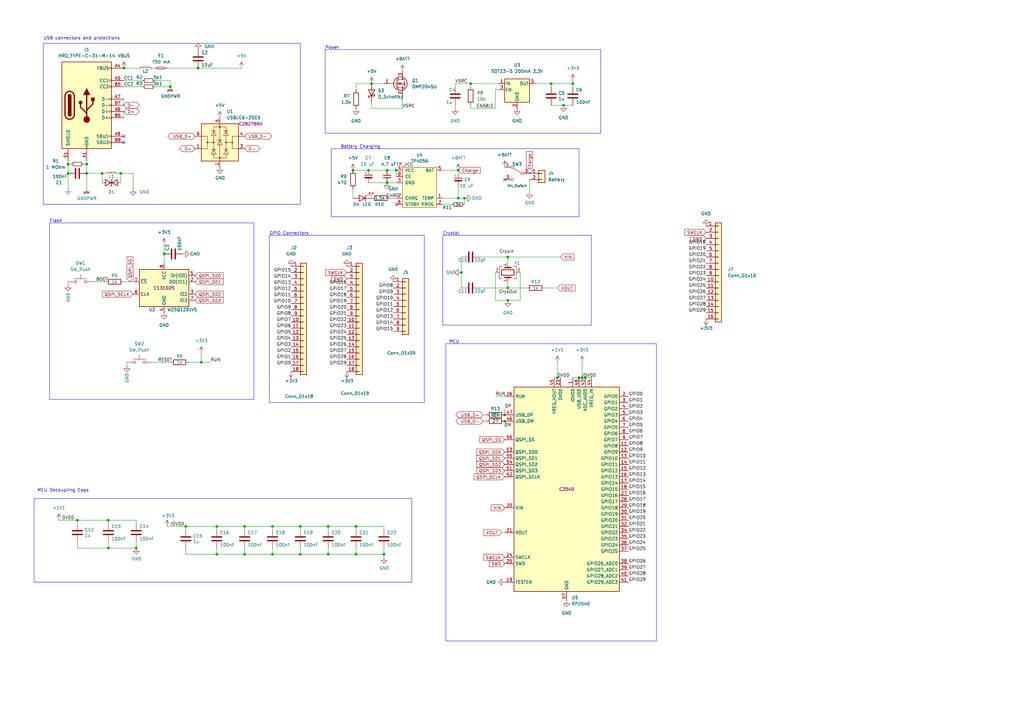
<source format=kicad_sch>
(kicad_sch (version 20211123) (generator eeschema)
  (paper "A3")
  (junction (at 208.28 118.11))
  (junction (at 162.56 69.85))
  (junction (at 207.01 170.18))
  (junction (at 49.53 71.12))
  (junction (at 208.28 105.41))
  (junction (at 240.03 154.94))
  (junction (at 123.19 227.33))
  (junction (at 190.5 81.28))
  (junction (at 100.33 227.33))
  (junction (at 69.85 35.56))
  (junction (at 88.9 215.9))
  (junction (at 134.62 215.9))
  (junction (at 44.45 224.79))
  (junction (at 187.96 69.85))
  (junction (at 234.95 34.29))
  (junction (at 146.05 227.33))
  (junction (at 41.91 71.12))
  (junction (at 158.75 69.85))
  (junction (at 231.14 43.18))
  (junction (at 111.76 227.33))
  (junction (at 228.6 154.94))
  (junction (at 123.19 215.9))
  (junction (at 187.96 81.28))
  (junction (at 144.78 69.85))
  (junction (at 134.62 227.33))
  (junction (at 111.76 215.9))
  (junction (at 27.94 67.31) (diameter 0.9144))
  (junction (at 55.88 224.79))
  (junction (at 146.05 215.9))
  (junction (at 226.06 34.29))
  (junction (at 193.04 34.29))
  (junction (at 100.33 215.9))
  (junction (at 158.75 74.93))
  (junction (at 76.2 215.9))
  (junction (at 208.28 123.19))
  (junction (at 238.76 154.94))
  (junction (at 151.13 69.85))
  (junction (at 67.31 104.14))
  (junction (at 152.4 34.29))
  (junction (at 35.56 67.31) (diameter 0.9144))
  (junction (at 44.45 213.36))
  (junction (at 27.94 71.12) (diameter 0.9144))
  (junction (at 88.9 227.33))
  (junction (at 157.48 227.33))
  (junction (at 81.28 27.94))
  (junction (at 237.49 154.94))
  (junction (at 31.75 213.36))
  (junction (at 50.8 27.94))
  (junction (at 35.56 71.12) (diameter 0.9144))
  (junction (at 207.01 172.72))
  (junction (at 82.55 148.59))
  (junction (at 189.23 111.76))
  (no_connect (at 50.8 58.42))
  (no_connect (at 50.8 55.88))
  (no_connect (at 207.01 73.66))
  (no_connect (at 162.56 83.82))
  (wire (pts (xy 100.33 227.33) (xy 88.9 227.33)))
  (wire (pts (xy 207.01 175.26) (xy 207.01 172.72)))
  (wire (pts (xy 111.76 217.17) (xy 111.76 215.9)))
  (wire (pts (xy 69.85 33.02) (xy 69.85 35.56)))
  (wire (pts (xy 123.19 215.9) (xy 134.62 215.9)))
  (wire (pts (xy 38.1 115.57) (xy 43.18 115.57)))
  (wire (pts (xy 144.78 77.47) (xy 144.78 81.28)))
  (wire (pts (xy 165.1 39.37) (xy 165.1 44.45)))
  (wire (pts (xy 196.85 105.41) (xy 208.28 105.41)))
  (wire (pts (xy 234.95 33.02) (xy 234.95 34.29)))
  (polyline (pts (xy 17.78 17.78) (xy 123.19 17.78)) (stroke (width 0) (type solid)))
  (wire (pts (xy 50.8 45.72) (xy 50.8 48.26)))
  (wire (pts (xy 44.45 222.25) (xy 44.45 224.79)))
  (wire (pts (xy 186.69 34.29) (xy 186.69 35.56)))
  (wire (pts (xy 193.04 35.56) (xy 193.04 34.29)))
  (wire (pts (xy 203.2 162.56) (xy 207.01 162.56)))
  (wire (pts (xy 227.33 154.94) (xy 228.6 154.94)))
  (polyline (pts (xy 135.89 60.96) (xy 135.89 88.9)) (stroke (width 0) (type solid)))
  (polyline (pts (xy 182.88 140.97) (xy 182.88 262.89)) (stroke (width 0) (type solid)))
  (wire (pts (xy 187.96 76.2) (xy 187.96 81.28)))
  (wire (pts (xy 34.29 67.31) (xy 35.56 67.31)))
  (wire (pts (xy 86.36 148.59) (xy 82.55 148.59)))
  (wire (pts (xy 88.9 215.9) (xy 100.33 215.9)))
  (wire (pts (xy 41.91 71.12) (xy 35.56 71.12)))
  (wire (pts (xy 76.2 224.79) (xy 76.2 227.33)))
  (wire (pts (xy 62.23 27.94) (xy 63.5 27.94)))
  (wire (pts (xy 146.05 34.29) (xy 152.4 34.29)))
  (wire (pts (xy 226.06 34.29) (xy 226.06 35.56)))
  (wire (pts (xy 238.76 148.59) (xy 238.76 154.94)))
  (wire (pts (xy 198.12 170.18) (xy 199.39 170.18)))
  (wire (pts (xy 226.06 34.29) (xy 219.71 34.29)))
  (wire (pts (xy 146.05 227.33) (xy 157.48 227.33)))
  (wire (pts (xy 44.45 213.36) (xy 55.88 213.36)))
  (polyline (pts (xy 237.49 88.9) (xy 237.49 60.96)) (stroke (width 0) (type solid)))
  (wire (pts (xy 193.04 34.29) (xy 204.47 34.29)))
  (wire (pts (xy 50.8 33.02) (xy 58.42 33.02)))
  (wire (pts (xy 152.4 34.29) (xy 157.48 34.29)))
  (wire (pts (xy 223.52 118.11) (xy 228.6 118.11)))
  (wire (pts (xy 31.75 222.25) (xy 31.75 224.79)))
  (wire (pts (xy 134.62 217.17) (xy 134.62 215.9)))
  (wire (pts (xy 82.55 148.59) (xy 77.47 148.59)))
  (wire (pts (xy 88.9 224.79) (xy 88.9 227.33)))
  (polyline (pts (xy 20.32 91.44) (xy 104.14 91.44)) (stroke (width 0) (type solid)))
  (wire (pts (xy 31.75 213.36) (xy 44.45 213.36)))
  (wire (pts (xy 160.02 81.28) (xy 162.56 81.28)))
  (wire (pts (xy 203.2 36.83) (xy 203.2 44.45)))
  (wire (pts (xy 208.28 105.41) (xy 229.87 105.41)))
  (polyline (pts (xy 20.32 204.47) (xy 168.91 204.47)) (stroke (width 0) (type solid)))
  (wire (pts (xy 198.12 172.72) (xy 199.39 172.72)))
  (wire (pts (xy 157.48 217.17) (xy 157.48 215.9)))
  (wire (pts (xy 186.69 44.45) (xy 186.69 43.18)))
  (wire (pts (xy 208.28 115.57) (xy 208.28 118.11)))
  (wire (pts (xy 63.5 33.02) (xy 69.85 33.02)))
  (wire (pts (xy 240.03 154.94) (xy 242.57 154.94)))
  (wire (pts (xy 217.17 73.66) (xy 217.17 78.74)))
  (wire (pts (xy 204.47 36.83) (xy 203.2 36.83)))
  (polyline (pts (xy 238.76 96.52) (xy 181.61 96.52)) (stroke (width 0) (type solid)))
  (wire (pts (xy 158.75 74.93) (xy 162.56 74.93)))
  (wire (pts (xy 76.2 217.17) (xy 76.2 215.9)))
  (wire (pts (xy 24.13 213.36) (xy 31.75 213.36)))
  (wire (pts (xy 162.56 69.85) (xy 162.56 72.39)))
  (wire (pts (xy 31.75 224.79) (xy 44.45 224.79)))
  (wire (pts (xy 48.26 71.12) (xy 49.53 71.12)))
  (polyline (pts (xy 181.61 133.35) (xy 242.57 133.35)) (stroke (width 0) (type solid)))
  (wire (pts (xy 203.2 123.19) (xy 208.28 123.19)))
  (wire (pts (xy 146.05 215.9) (xy 157.48 215.9)))
  (wire (pts (xy 146.05 34.29) (xy 146.05 36.83)))
  (wire (pts (xy 49.53 71.12) (xy 49.53 74.93)))
  (polyline (pts (xy 123.19 83.82) (xy 123.19 17.78)) (stroke (width 0) (type solid)))
  (wire (pts (xy 52.07 149.86) (xy 52.07 148.59)))
  (wire (pts (xy 50.8 115.57) (xy 54.61 115.57)))
  (wire (pts (xy 55.88 222.25) (xy 55.88 224.79)))
  (wire (pts (xy 134.62 215.9) (xy 146.05 215.9)))
  (wire (pts (xy 50.8 27.94) (xy 57.15 27.94)))
  (wire (pts (xy 31.75 214.63) (xy 31.75 213.36)))
  (polyline (pts (xy 104.14 91.44) (xy 104.14 163.83)) (stroke (width 0) (type solid)))
  (wire (pts (xy 157.48 227.33) (xy 157.48 228.6)))
  (polyline (pts (xy 20.32 91.44) (xy 20.32 163.83)) (stroke (width 0) (type solid)))
  (wire (pts (xy 55.88 224.79) (xy 44.45 224.79)))
  (polyline (pts (xy 173.99 96.52) (xy 173.99 165.1)) (stroke (width 0) (type solid)))
  (wire (pts (xy 234.95 35.56) (xy 234.95 34.29)))
  (wire (pts (xy 27.94 66.04) (xy 27.94 67.31)))
  (wire (pts (xy 146.05 217.17) (xy 146.05 215.9)))
  (wire (pts (xy 228.6 148.59) (xy 228.6 154.94)))
  (wire (pts (xy 76.2 215.9) (xy 88.9 215.9)))
  (wire (pts (xy 152.4 41.91) (xy 152.4 44.45)))
  (wire (pts (xy 228.6 154.94) (xy 229.87 154.94)))
  (wire (pts (xy 68.58 27.94) (xy 81.28 27.94)))
  (wire (pts (xy 68.58 215.9) (xy 76.2 215.9)))
  (wire (pts (xy 27.94 67.31) (xy 27.94 71.12)))
  (wire (pts (xy 41.91 71.12) (xy 41.91 74.93)))
  (wire (pts (xy 63.5 35.56) (xy 69.85 35.56)))
  (wire (pts (xy 189.23 111.76) (xy 189.23 118.11)))
  (wire (pts (xy 111.76 215.9) (xy 123.19 215.9)))
  (wire (pts (xy 181.61 81.28) (xy 187.96 81.28)))
  (wire (pts (xy 186.69 34.29) (xy 193.04 34.29)))
  (wire (pts (xy 226.06 43.18) (xy 231.14 43.18)))
  (wire (pts (xy 82.55 144.78) (xy 82.55 148.59)))
  (polyline (pts (xy 135.89 88.9) (xy 237.49 88.9)) (stroke (width 0) (type solid)))
  (polyline (pts (xy 133.35 54.61) (xy 246.38 54.61)) (stroke (width 0) (type solid)))
  (wire (pts (xy 67.31 104.14) (xy 67.31 107.95)))
  (wire (pts (xy 207.01 167.64) (xy 207.01 170.18)))
  (wire (pts (xy 134.62 224.79) (xy 134.62 227.33)))
  (wire (pts (xy 238.76 154.94) (xy 240.03 154.94)))
  (wire (pts (xy 54.61 77.47) (xy 54.61 71.12)))
  (wire (pts (xy 190.5 83.82) (xy 190.5 81.28)))
  (wire (pts (xy 226.06 34.29) (xy 234.95 34.29)))
  (wire (pts (xy 181.61 69.85) (xy 187.96 69.85)))
  (wire (pts (xy 190.5 81.28) (xy 187.96 81.28)))
  (wire (pts (xy 100.33 217.17) (xy 100.33 215.9)))
  (wire (pts (xy 193.04 44.45) (xy 203.2 44.45)))
  (polyline (pts (xy 168.91 204.47) (xy 168.91 238.76)) (stroke (width 0) (type solid)))
  (wire (pts (xy 100.33 224.79) (xy 100.33 227.33)))
  (wire (pts (xy 27.94 71.12) (xy 27.94 77.47)))
  (wire (pts (xy 76.2 227.33) (xy 88.9 227.33)))
  (wire (pts (xy 146.05 227.33) (xy 134.62 227.33)))
  (polyline (pts (xy 246.38 54.61) (xy 246.38 20.32)) (stroke (width 0) (type solid)))
  (wire (pts (xy 187.96 71.12) (xy 187.96 69.85)))
  (wire (pts (xy 158.75 69.85) (xy 162.56 69.85)))
  (wire (pts (xy 234.95 154.94) (xy 237.49 154.94)))
  (polyline (pts (xy 110.49 96.52) (xy 173.99 96.52)) (stroke (width 0) (type solid)))
  (wire (pts (xy 44.45 214.63) (xy 44.45 213.36)))
  (wire (pts (xy 43.18 71.12) (xy 41.91 71.12)))
  (wire (pts (xy 196.85 118.11) (xy 208.28 118.11)))
  (wire (pts (xy 189.23 105.41) (xy 189.23 111.76)))
  (wire (pts (xy 162.56 68.58) (xy 162.56 69.85)))
  (wire (pts (xy 157.48 224.79) (xy 157.48 227.33)))
  (wire (pts (xy 29.21 71.12) (xy 27.94 71.12)))
  (polyline (pts (xy 242.57 133.35) (xy 242.57 96.52)) (stroke (width 0) (type solid)))
  (polyline (pts (xy 110.49 96.52) (xy 110.49 165.1)) (stroke (width 0) (type solid)))
  (wire (pts (xy 88.9 217.17) (xy 88.9 215.9)))
  (polyline (pts (xy 168.91 238.76) (xy 13.97 238.76)) (stroke (width 0) (type solid)))
  (wire (pts (xy 213.36 123.19) (xy 208.28 123.19)))
  (polyline (pts (xy 269.24 262.89) (xy 182.88 262.89)) (stroke (width 0) (type solid)))
  (wire (pts (xy 181.61 83.82) (xy 185.42 83.82)))
  (polyline (pts (xy 173.99 165.1) (xy 110.49 165.1)) (stroke (width 0) (type solid)))
  (wire (pts (xy 208.28 107.95) (xy 208.28 105.41)))
  (wire (pts (xy 144.78 69.85) (xy 151.13 69.85)))
  (wire (pts (xy 151.13 74.93) (xy 158.75 74.93)))
  (wire (pts (xy 81.28 27.94) (xy 99.06 27.94)))
  (wire (pts (xy 50.8 40.64) (xy 50.8 43.18)))
  (polyline (pts (xy 181.61 96.52) (xy 181.61 133.35)) (stroke (width 0) (type solid)))
  (wire (pts (xy 205.74 218.44) (xy 207.01 218.44)))
  (wire (pts (xy 35.56 67.31) (xy 35.56 71.12)))
  (wire (pts (xy 29.21 67.31) (xy 27.94 67.31)))
  (wire (pts (xy 69.85 148.59) (xy 62.23 148.59)))
  (wire (pts (xy 27.94 116.84) (xy 27.94 115.57)))
  (polyline (pts (xy 13.97 204.47) (xy 20.32 204.47)) (stroke (width 0) (type solid)))
  (wire (pts (xy 100.33 215.9) (xy 111.76 215.9)))
  (wire (pts (xy 35.56 71.12) (xy 35.56 77.47)))
  (wire (pts (xy 203.2 111.76) (xy 203.2 123.19)))
  (wire (pts (xy 111.76 227.33) (xy 100.33 227.33)))
  (wire (pts (xy 123.19 224.79) (xy 123.19 227.33)))
  (polyline (pts (xy 133.35 20.32) (xy 246.38 20.32)) (stroke (width 0) (type solid)))
  (wire (pts (xy 213.36 111.76) (xy 213.36 123.19)))
  (wire (pts (xy 55.88 214.63) (xy 55.88 213.36)))
  (wire (pts (xy 67.31 100.33) (xy 67.31 104.14)))
  (wire (pts (xy 123.19 217.17) (xy 123.19 215.9)))
  (wire (pts (xy 111.76 224.79) (xy 111.76 227.33)))
  (wire (pts (xy 193.04 43.18) (xy 193.04 44.45)))
  (wire (pts (xy 134.62 227.33) (xy 123.19 227.33)))
  (wire (pts (xy 237.49 154.94) (xy 238.76 154.94)))
  (polyline (pts (xy 238.76 96.52) (xy 242.57 96.52)) (stroke (width 0) (type solid)))
  (polyline (pts (xy 269.24 140.97) (xy 269.24 262.89)) (stroke (width 0) (type solid)))
  (wire (pts (xy 151.13 69.85) (xy 158.75 69.85)))
  (polyline (pts (xy 13.97 238.76) (xy 13.97 204.47)) (stroke (width 0) (type solid)))
  (wire (pts (xy 208.28 118.11) (xy 215.9 118.11)))
  (wire (pts (xy 123.19 227.33) (xy 111.76 227.33)))
  (polyline (pts (xy 17.78 83.82) (xy 123.19 83.82)) (stroke (width 0) (type solid)))
  (polyline (pts (xy 182.88 140.97) (xy 269.24 140.97)) (stroke (width 0) (type solid)))
  (polyline (pts (xy 133.35 20.32) (xy 133.35 54.61)) (stroke (width 0) (type solid)))
  (wire (pts (xy 34.29 71.12) (xy 35.56 71.12)))
  (polyline (pts (xy 17.78 17.78) (xy 17.78 83.82)) (stroke (width 0) (type solid)))
  (polyline (pts (xy 135.89 60.96) (xy 237.49 60.96)) (stroke (width 0) (type solid)))
  (polyline (pts (xy 104.14 163.83) (xy 20.32 163.83)) (stroke (width 0) (type solid)))
  (wire (pts (xy 234.95 43.18) (xy 231.14 43.18)))
  (wire (pts (xy 54.61 71.12) (xy 49.53 71.12)))
  (wire (pts (xy 35.56 66.04) (xy 35.56 67.31)))
  (wire (pts (xy 146.05 224.79) (xy 146.05 227.33)))
  (wire (pts (xy 152.4 44.45) (xy 165.1 44.45)))
  (wire (pts (xy 50.8 35.56) (xy 58.42 35.56)))
  (text "USB connectors and protections" (at 17.78 16.51 0) (effects (font (size 1.27 1.27)) (justify left bottom)))
  (text "Battery Charging" (at 139.7 60.96 0) (effects (font (size 1.27 1.27)) (justify left bottom)))
  (text "Crystal" (at 181.61 96.52 0) (effects (font (size 1.27 1.27)) (justify left bottom)))
  (text "MCU\n" (at 184.15 140.97 0) (effects (font (size 1.27 1.27)) (justify left bottom)))
  (text "MCU Decoupling Caps" (at 15.24 201.93 0) (effects (font (size 1.27 1.27)) (justify left bottom)))
  (text "Flash" (at 20.32 91.44 0) (effects (font (size 1.27 1.27)) (justify left bottom)))
  (text "Power" (at 133.35 20.32 0) (effects (font (size 1.27 1.27)) (justify left bottom)))
  (text "GPIO Connectors" (at 110.49 96.52 0) (effects (font (size 1.27 1.27)) (justify left bottom)))
  (label "GPIO2" (at 119.38 144.78 180))
  (label "GPIO25" (at 257.81 226.06 0))
  (label "GPIO28" (at 142.24 147.32 180))
  (label "GPIO19" (at 142.24 124.46 180))
  (label "GPIO17" (at 142.24 119.38 180))
  (label "GPIO14" (at 257.81 198.12 0))
  (label "GPIO2" (at 257.81 167.64 0))
  (label "GPIO0" (at 119.38 149.86 180))
  (label "GPIO8" (at 119.38 129.54 180))
  (label "GPIO22" (at 257.81 218.44 0))
  (label "GPIO14" (at 161.29 133.35 180))
  (label "GPIO27" (at 289.56 123.19 180))
  (label "GPIO12" (at 161.29 128.27 180))
  (label "GPIO3" (at 119.38 142.24 180))
  (label "VSRC" (at 165.1 44.45 0))
  (label "GPIO12" (at 257.81 193.04 0))
  (label "GPIO11" (at 257.81 190.5 0))
  (label "GPIO9" (at 119.38 127 180))
  (label "GPIO13" (at 257.81 195.58 0))
  (label "GPIO23" (at 257.81 220.98 0))
  (label "GPIO21" (at 289.56 107.95 180))
  (label "GPIO4" (at 119.38 139.7 180))
  (label "GPIO9" (at 257.81 185.42 0))
  (label "GPIO27" (at 257.81 233.68 0))
  (label "GPIO0" (at 257.81 162.56 0))
  (label "GPIO6" (at 257.81 177.8 0))
  (label "GPIO3" (at 257.81 170.18 0))
  (label "GPIO4" (at 257.81 172.72 0))
  (label "BOOT" (at 39.37 115.57 0))
  (label "GPIO9" (at 161.29 120.65 180))
  (label "GPIO24" (at 142.24 137.16 180))
  (label "GPIO29" (at 289.56 128.27 180))
  (label "GPIO26" (at 257.81 231.14 0))
  (label "GPIO22" (at 142.24 132.08 180))
  (label "GPIO22" (at 289.56 110.49 180))
  (label "GPIO1" (at 257.81 165.1 0))
  (label "CHRG" (at 163.83 81.28 180))
  (label "GPIO10" (at 119.38 124.46 180))
  (label "GPIO23" (at 142.24 134.62 180))
  (label "GPIO7" (at 119.38 132.08 180))
  (label "IOVDD" (at 238.76 154.94 0))
  (label "GPIO17" (at 257.81 205.74 0))
  (label "GPIO21" (at 257.81 215.9 0))
  (label "CC2" (at 50.8 35.56 0))
  (label "DP" (at 207.01 167.64 0))
  (label "GPIO1" (at 119.38 147.32 180))
  (label "GPIO6" (at 119.38 134.62 180))
  (label "GPIO28" (at 257.81 236.22 0))
  (label "DN" (at 207.01 175.26 0))
  (label "RUN" (at 203.2 162.56 0))
  (label "DVDD" (at 25.4 213.36 0))
  (label "CrysIn" (at 210.82 104.14 180))
  (label "GPIO14" (at 119.38 114.3 180))
  (label "GPIO5" (at 119.38 137.16 180))
  (label "GPIO18" (at 142.24 121.92 180))
  (label "GPIO15" (at 161.29 135.89 180))
  (label "GPIO20" (at 142.24 127 180))
  (label "GPIO16" (at 257.81 203.2 0))
  (label "ENABLE" (at 202.565 44.45 180))
  (label "GPIO24" (at 289.56 115.57 180))
  (label "GPIO11" (at 161.29 125.73 180))
  (label "GPIO15" (at 119.38 111.76 180))
  (label "IOVDD" (at 69.85 215.9 0))
  (label "GPIO24" (at 257.81 223.52 0))
  (label "GPIO26" (at 142.24 142.24 180))
  (label "GPIO13" (at 161.29 130.81 180))
  (label "CC1" (at 50.8 33.02 0))
  (label "GPIO11" (at 119.38 121.92 180))
  (label "GPIO23" (at 289.56 113.03 180))
  (label "GPIO10" (at 161.29 123.19 180))
  (label "GPIO26" (at 289.56 120.65 180))
  (label "GPIO16" (at 142.24 116.84 180))
  (label "GPIO29" (at 142.24 149.86 180))
  (label "RESET" (at 64.77 148.59 0))
  (label "GPIO20" (at 257.81 213.36 0))
  (label "GPIO15" (at 257.81 200.66 0))
  (label "GPIO18" (at 257.81 208.28 0))
  (label "GPIO19" (at 289.56 102.87 180))
  (label "GPIO13" (at 119.38 116.84 180))
  (label "GPIO18" (at 289.56 100.33 180))
  (label "GPIO12" (at 119.38 119.38 180))
  (label "GPIO29" (at 257.81 238.76 0))
  (label "GPIO21" (at 142.24 129.54 180))
  (label "DVDD" (at 228.6 154.94 0))
  (label "GPIO25" (at 142.24 139.7 180))
  (label "GPIO8" (at 161.29 118.11 180))
  (label "GPIO5" (at 257.81 175.26 0))
  (label "GPIO19" (at 257.81 210.82 0))
  (label "CrysOut" (at 212.09 120.65 180))
  (label "TP_VCC" (at 162.56 68.58 0))
  (label "VSRC" (at 186.69 34.29 0))
  (label "GPIO20" (at 289.56 105.41 180))
  (label "GPIO25" (at 289.56 118.11 180))
  (label "GPIO28" (at 289.56 125.73 180))
  (label "GPIO8" (at 257.81 182.88 0))
  (label "GPIO27" (at 142.24 144.78 180))
  (label "GPIO7" (at 257.81 180.34 0))
  (label "GPIO10" (at 257.81 187.96 0))
  (label "RUN" (at 86.36 148.59 0))
  (global_label "QSPI_SD0" (shape input) (at 207.01 185.42 180) (property "Intersheet References" "${INTERSHEET_REFS}" (effects hide)))
  (global_label "SWD" (shape input) (at 142.24 114.3 180) (property "Intersheet References" "${INTERSHEET_REFS}" (effects hide)))
  (global_label "D-" (shape bidirectional) (at 50.8 43.18 0) (property "Intersheet References" "${INTERSHEET_REFS}" (effects hide)))
  (global_label "QSPI_SD1" (shape input) (at 207.01 187.96 180) (property "Intersheet References" "${INTERSHEET_REFS}" (effects hide)))
  (global_label "USB_D+" (shape bidirectional) (at 80.01 55.88 180) (property "Intersheet References" "${INTERSHEET_REFS}" (effects hide)))
  (global_label "QSPI_SS" (shape input) (at 207.01 180.34 180) (property "Intersheet References" "${INTERSHEET_REFS}" (effects hide)))
  (global_label "USB_D+" (shape bidirectional) (at 198.12 170.18 180) (property "Intersheet References" "${INTERSHEET_REFS}" (effects hide)))
  (global_label "USB_D-" (shape bidirectional) (at 198.12 172.72 180) (property "Intersheet References" "${INTERSHEET_REFS}" (effects hide)))
  (global_label "XOUT" (shape input) (at 228.6 118.11 0) (property "Intersheet References" "${INTERSHEET_REFS}" (effects hide)))
  (global_label "QSPI_SS" (shape input) (at 53.34 115.57 90) (property "Intersheet References" "${INTERSHEET_REFS}" (effects hide)))
  (global_label "SWCLK" (shape input) (at 289.56 95.25 180) (property "Intersheet References" "${INTERSHEET_REFS}" (effects hide)))
  (global_label "USB_D-" (shape bidirectional) (at 100.33 55.88 0) (property "Intersheet References" "${INTERSHEET_REFS}" (effects hide)))
  (global_label "QSPI_SCLK" (shape input) (at 207.01 195.58 180) (property "Intersheet References" "${INTERSHEET_REFS}" (effects hide)))
  (global_label "D-" (shape bidirectional) (at 100.33 60.96 0) (property "Intersheet References" "${INTERSHEET_REFS}" (effects hide)))
  (global_label "SWD" (shape input) (at 289.56 97.79 180) (property "Intersheet References" "${INTERSHEET_REFS}" (effects hide)))
  (global_label "Charge" (shape input) (at 187.96 69.85 0) (property "Intersheet References" "${INTERSHEET_REFS}" (effects hide)))
  (global_label "QSPI_SD2" (shape input) (at 207.01 190.5 180) (property "Intersheet References" "${INTERSHEET_REFS}" (effects hide)))
  (global_label "Charge" (shape input) (at 217.17 71.12 90) (property "Intersheet References" "${INTERSHEET_REFS}" (effects hide)))
  (global_label "XIN" (shape input) (at 207.01 208.28 180) (property "Intersheet References" "${INTERSHEET_REFS}" (effects hide)))
  (global_label "QSPI_SD2" (shape input) (at 80.01 120.65 0) (property "Intersheet References" "${INTERSHEET_REFS}" (effects hide)))
  (global_label "D+" (shape bidirectional) (at 80.01 60.96 180) (property "Intersheet References" "${INTERSHEET_REFS}" (effects hide)))
  (global_label "D+" (shape bidirectional) (at 50.8 45.72 0) (property "Intersheet References" "${INTERSHEET_REFS}" (effects hide)))
  (global_label "XIN" (shape input) (at 229.87 105.41 0) (property "Intersheet References" "${INTERSHEET_REFS}" (effects hide)))
  (global_label "QSPI_SD0" (shape input) (at 80.01 113.03 0) (property "Intersheet References" "${INTERSHEET_REFS}" (effects hide)))
  (global_label "QSPI_SD3" (shape input) (at 207.01 193.04 180) (property "Intersheet References" "${INTERSHEET_REFS}" (effects hide)))
  (global_label "XOUT" (shape input) (at 205.74 218.44 180) (property "Intersheet References" "${INTERSHEET_REFS}" (effects hide)))
  (global_label "QSPI_SD3" (shape input) (at 80.01 123.19 0) (property "Intersheet References" "${INTERSHEET_REFS}" (effects hide)))
  (global_label "QSPI_SCLK" (shape input) (at 54.61 120.65 180) (property "Intersheet References" "${INTERSHEET_REFS}" (effects hide)))
  (global_label "QSPI_SD1" (shape input) (at 80.01 115.57 0) (property "Intersheet References" "${INTERSHEET_REFS}" (effects hide)))
  (global_label "SWD" (shape input) (at 207.01 231.14 180) (property "Intersheet References" "${INTERSHEET_REFS}" (effects hide)))
  (global_label "SWCLK" (shape input) (at 142.24 111.76 180) (property "Intersheet References" "${INTERSHEET_REFS}" (effects hide)))
  (global_label "SWCLK" (shape input) (at 207.01 228.6 180) (property "Intersheet References" "${INTERSHEET_REFS}" (effects hide)))
  (symbol (lib_id "Device:L_Small") (at 59.69 27.94 90) (unit 1)
    (property "Reference" "L2" (at 59.69 29.21 90))
    (property "Value" "BLM15PX121SN1D" (effects hide))
    (property "Footprint" "Inductor_SMD:L_0402_1005Metric" (effects hide))
    (property "LCSC" "C88970" (effects hide))
  )
  (symbol (lib_id "power:GND") (at 186.69 44.45 0) (unit 1)
    (property "Reference" "#PWR024" (effects hide))
    (property "Value" "GND" (at 186.69 49.53 0))
  )
  (symbol (lib_id "power:GND") (at 289.56 92.71 0) (mirror x) (unit 1)
    (property "Reference" "#PWR0109" (effects hide))
    (property "Value" "GND" (at 289.56 87.63 0))
  )
  (symbol (lib_id "power:GND") (at 67.31 128.27 0) (unit 1)
    (property "Reference" "#PWR014" (effects hide))
    (property "Value" "GND" (at 67.31 133.35 0))
  )
  (symbol (lib_id "Device:R_Small") (at 187.96 83.82 90) (unit 1)
    (property "Reference" "R11" (at 185.42 85.09 90) (effects (justify left)))
    (property "Value" "5k" (at 189.23 83.82 90) (effects (justify left)))
    (property "Footprint" "Resistor_SMD:R_0603_1608Metric" (effects hide))
    (property "LCSC" "C2828621" (effects hide))
  )
  (symbol (lib_id "power:GND") (at 189.23 111.76 270) (unit 1)
    (property "Reference" "#PWR034" (effects hide))
    (property "Value" "GND" (at 182.88 111.76 90) (effects (justify left)))
  )
  (symbol (lib_id "Device:R_Small") (at 60.96 33.02 90) (unit 1)
    (property "Reference" "R2" (at 57.15 31.75 90))
    (property "Value" "5k1" (at 64.77 31.75 90))
    (property "Footprint" "Resistor_SMD:R_0402_1005Metric" (effects hide))
    (property "LCSC" "C25905" (effects hide))
  )
  (symbol (lib_id "power:GND") (at 157.48 228.6 0) (unit 1)
    (property "Reference" "#PWR039" (effects hide))
    (property "Value" "GND" (at 157.607 232.9942 0))
  )
  (symbol (lib_id "power:+5V") (at 152.4 34.29 0) (unit 1)
    (property "Reference" "#PWR020" (effects hide))
    (property "Value" "+5V" (at 152.4 29.21 0))
  )
  (symbol (lib_id "power:+BATT") (at 207.01 68.58 0) (unit 1)
    (property "Reference" "#PWR032" (effects hide))
    (property "Value" "+BATT" (at 207.01 63.5 0))
  )
  (symbol (lib_id "power:GND") (at 207.01 238.76 270) (unit 1)
    (property "Reference" "#PWR040" (effects hide))
    (property "Value" "GND" (at 199.39 238.76 90) (effects (justify left)))
  )
  (symbol (lib_id "Connector_Generic:Conn_01x18") (at 124.46 129.54 0) (unit 1)
    (property "Reference" "J2" (at 119.38 101.6 0) (effects (justify left)))
    (property "Value" "Conn_01x18" (at 116.84 162.56 0) (effects (justify left)))
    (property "Footprint" "Connector_PinSocket_2.54mm:PinSocket_1x18_P2.54mm_Vertical" (effects hide))
  )
  (symbol (lib_id "power:GND") (at 55.88 224.79 0) (unit 1)
    (property "Reference" "#PWR037" (effects hide))
    (property "Value" "GND" (at 56.007 229.1842 0))
  )
  (symbol (lib_id "Device:C") (at 76.2 220.98 0) (unit 1)
    (property "Reference" "C15" (at 79.121 219.8116 0) (effects (justify left)))
    (property "Value" "1u" (at 79.121 222.123 0) (effects (justify left)))
    (property "Footprint" "Capacitor_SMD:C_0402_1005Metric" (effects hide))
    (property "pin" "44" (effects hide))
    (property "LCSC" "C14445" (effects hide))
  )
  (symbol (lib_id "Device:R_Small") (at 60.96 35.56 90) (unit 1)
    (property "Reference" "R3" (at 57.15 34.29 90))
    (property "Value" "5k1" (at 64.77 34.29 90))
    (property "Footprint" "Resistor_SMD:R_0402_1005Metric" (effects hide))
    (property "LCSC" "C25905" (effects hide))
  )
  (symbol (lib_id "MCU_RaspberryPi:RP2040") (at 232.41 200.66 0) (unit 1)
    (property "Reference" "U5" (at 234.4294 245.11 0) (effects (justify left)))
    (property "Value" "RP2040" (at 234.4294 247.65 0) (effects (justify left)))
    (property "Footprint" "Package_DFN_QFN:QFN-56-1EP_7x7mm_P0.4mm_EP3.2x3.2mm" (effects hide))
    (property "Datasheet" "https://datasheets.raspberrypi.com/rp2040/rp2040-datasheet.pdf" (effects hide))
    (property "LCSC" "C2040" (at 232.41 200.66 0))
  )
  (symbol (lib_id "power:VBUS") (at 50.8 27.94 0) (unit 1)
    (property "Reference" "#PWR03" (effects hide))
    (property "Value" "VBUS" (at 50.8 22.86 0))
  )
  (symbol (lib_id "Device:C") (at 31.75 71.12 90) (unit 1)
    (property "Reference" "C1" (at 22.86 74.93 90) (effects (justify right)))
    (property "Value" "100nF" (at 21.59 72.39 90) (effects (justify right)))
    (property "Footprint" "Capacitor_SMD:C_0402_1005Metric" (effects hide))
    (property "LCSC" "C1525" (effects hide))
  )
  (symbol (lib_id "Device:C_Polarized_Small") (at 151.13 72.39 0) (unit 1)
    (property "Reference" "C7" (at 152.4 64.77 0) (effects (justify right)))
    (property "Value" "10 uF" (at 153.67 67.31 0) (effects (justify right)))
    (property "Footprint" "Capacitor_SMD:CP_Elec_3x5.3" (effects hide))
    (property "LCSC" "C249450" (effects hide))
  )
  (symbol (lib_id "Transistor_FET:AO3401A") (at 162.56 34.29 0) (unit 1)
    (property "Reference" "Q1" (at 168.91 33.0199 0) (effects (justify left)))
    (property "Value" "DMP2045U" (at 168.91 35.5599 0) (effects (justify left)))
    (property "Footprint" "Package_TO_SOT_SMD:SOT-23" (effects hide))
    (property "Datasheet" "https://www.diodes.com/assets/Datasheets/DMP2045U.pdf" (effects hide))
    (property "LCSC" "C347476" (effects hide))
  )
  (symbol (lib_id "power:GND") (at 90.17 68.58 0) (unit 1)
    (property "Reference" "#PWR0103" (effects hide))
    (property "Value" "GND" (at 90.297 72.9742 0))
  )
  (symbol (lib_id "Connector:USB_C_Receptacle_USB2.0") (at 35.56 43.18 0) (unit 1)
    (property "Reference" "J1" (at 35.56 20.32 0))
    (property "Value" "HRO_TYPE-C-31-M-14" (at 35.56 22.86 0))
    (property "Footprint" "Connector_USB:USB_C_Receptacle_HRO_TYPE-C-31-M-12" (effects hide))
    (property "Datasheet" "https://www.usb.org/sites/default/files/documents/usb_type-c.zip" (effects hide))
    (property "LCSC" "C165948" (effects hide))
  )
  (symbol (lib_id "power:+5V") (at 90.17 48.26 0) (unit 1)
    (property "Reference" "#PWR0102" (effects hide))
    (property "Value" "+5V" (at 90.17 43.18 0))
  )
  (symbol (lib_id "Memory_Flash:W25Q128JVS") (at 67.31 118.11 0) (unit 1)
    (property "Reference" "U2" (at 60.96 127 0) (effects (justify left)))
    (property "Value" "W25Q128JVS" (at 68.58 127 0) (effects (justify left)))
    (property "Footprint" "Package_SO:SOIC-8_5.23x5.23mm_P1.27mm" (effects hide))
    (property "Datasheet" "http://www.winbond.com/resource-files/w25q128jv_dtr%20revc%2003272018%20plus.pdf" (effects hide))
    (property "LCSC" "C131025" (at 67.31 118.11 0))
  )
  (symbol (lib_id "power:GND") (at 161.29 115.57 180) (unit 1)
    (property "Reference" "#PWR05" (effects hide))
    (property "Value" "GND" (at 161.29 110.49 0))
  )
  (symbol (lib_id "Connector_Generic:Conn_01x02") (at 222.25 71.12 0) (unit 1)
    (property "Reference" "J4" (at 224.79 71.1199 0) (effects (justify left)))
    (property "Value" "Battery" (at 224.79 73.6599 0) (effects (justify left)))
    (property "Footprint" "Connector_JST:JST_EH_S2B-EH_1x02_P2.50mm_Horizontal" (effects hide))
  )
  (symbol (lib_id "power:GNDPWR") (at 35.56 77.47 0) (unit 1)
    (property "Reference" "#PWR02" (effects hide))
    (property "Value" "GNDPWR" (at 35.6616 81.3816 0))
  )
  (symbol (lib_id "power:GND") (at 158.75 74.93 0) (unit 1)
    (property "Reference" "#PWR029" (effects hide))
    (property "Value" "GND" (at 161.29 77.47 0))
  )
  (symbol (lib_id "Device:R") (at 73.66 148.59 90) (unit 1)
    (property "Reference" "R6" (at 73.66 146.05 90))
    (property "Value" "1k" (at 73.66 148.59 90))
    (property "Footprint" "Resistor_SMD:R_0402_1005Metric" (effects hide))
    (property "LCSC" "C106235" (effects hide))
  )
  (symbol (lib_id "Device:C_Polarized_Small") (at 187.96 73.66 0) (unit 1)
    (property "Reference" "C9" (at 193.04 73.66 0) (effects (justify right)))
    (property "Value" "10 uF" (at 194.31 76.2 0) (effects (justify right)))
    (property "Footprint" "Capacitor_SMD:CP_Elec_3x5.3" (effects hide))
    (property "LCSC" "C249450" (effects hide))
  )
  (symbol (lib_id "Connector_Generic:Conn_01x09") (at 166.37 125.73 0) (unit 1)
    (property "Reference" "J5" (at 165.1 111.76 0) (effects (justify left)))
    (property "Value" "Conn_01x09" (at 158.75 144.78 0) (effects (justify left)))
    (property "Footprint" "Connector_PinSocket_2.54mm:PinSocket_1x09_P2.54mm_Vertical" (effects hide))
  )
  (symbol (lib_id "Device:R") (at 146.05 40.64 180) (unit 1)
    (property "Reference" "R7" (at 143.51 39.3699 0) (effects (justify left)))
    (property "Value" "1.5k" (at 144.145 41.91 0) (effects (justify left)))
    (property "Footprint" "Resistor_SMD:R_0402_1005Metric" (effects hide))
    (property "LCSC" "C114759" (effects hide))
  )
  (symbol (lib_id "Device:C") (at 44.45 218.44 180) (unit 1)
    (property "Reference" "C13" (at 45.72 215.9 0) (effects (justify right)))
    (property "Value" "100nF" (at 45.72 220.98 0) (effects (justify right)))
    (property "Footprint" "Capacitor_SMD:C_0402_1005Metric" (effects hide))
    (property "LCSC" "C1525" (effects hide))
  )
  (symbol (lib_id "Device:R") (at 219.71 118.11 90) (unit 1)
    (property "Reference" "R12" (at 219.71 115.57 90))
    (property "Value" "1k" (at 219.71 118.11 90))
    (property "Footprint" "Resistor_SMD:R_0402_1005Metric" (effects hide))
    (property "LCSC" "C106235" (effects hide))
  )
  (symbol (lib_id "Device:D_Schottky") (at 152.4 38.1 90) (unit 1)
    (property "Reference" "D3" (at 154.94 37.1474 90) (effects (justify right)))
    (property "Value" "D_Schottky" (at 154.94 39.6874 90) (effects (justify right)))
    (property "Footprint" "Diode_SMD:D_SOD-323" (effects hide))
    (property "LCSC" "C22624" (effects hide))
  )
  (symbol (lib_id "power:GND") (at 208.28 123.19 0) (unit 1)
    (property "Reference" "#PWR035" (effects hide))
    (property "Value" "GND" (at 208.28 128.27 0))
  )
  (symbol (lib_id "power:+1V1") (at 24.13 213.36 0) (unit 1)
    (property "Reference" "#PWR036" (effects hide))
    (property "Value" "+1V1" (at 24.13 208.28 0))
  )
  (symbol (lib_id "Device:C") (at 193.04 105.41 270) (unit 1)
    (property "Reference" "C10" (at 191.77 106.68 90) (effects (justify right)))
    (property "Value" "22pF" (at 199.39 106.68 90) (effects (justify right)))
    (property "Footprint" "Capacitor_SMD:C_0402_1005Metric" (effects hide))
    (property "LCSC" "C70464" (effects hide))
  )
  (symbol (lib_id "Device:C") (at 31.75 218.44 0) (unit 1)
    (property "Reference" "C12" (at 34.671 217.2716 0) (effects (justify left)))
    (property "Value" "1u" (at 34.671 219.583 0) (effects (justify left)))
    (property "Footprint" "Capacitor_SMD:C_0402_1005Metric" (effects hide))
    (property "pin" "44" (effects hide))
    (property "LCSC" "C14445" (effects hide))
  )
  (symbol (lib_id "Device:C") (at 55.88 218.44 180) (unit 1)
    (property "Reference" "C14" (at 57.15 215.9 0) (effects (justify right)))
    (property "Value" "100nF" (at 57.15 220.98 0) (effects (justify right)))
    (property "Footprint" "Capacitor_SMD:C_0402_1005Metric" (effects hide))
    (property "LCSC" "C1525" (effects hide))
  )
  (symbol (lib_id "power:+BATT") (at 165.1 29.21 0) (unit 1)
    (property "Reference" "#PWR023" (effects hide))
    (property "Value" "+BATT" (at 165.1 24.13 0))
  )
  (symbol (lib_id "power:GND") (at 217.17 78.74 0) (unit 1)
    (property "Reference" "#PWR033" (effects hide))
    (property "Value" "GND" (at 217.297 83.1342 0))
  )
  (symbol (lib_id "Device:Fuse_Small") (at 66.04 27.94 0) (unit 1)
    (property "Reference" "F1" (at 66.04 22.86 0))
    (property "Value" "750 mA" (at 66.04 25.4 0))
    (property "Footprint" "Fuse:Fuse_0603_1608Metric" (effects hide))
    (property "LCSC" "C182438" (effects hide))
  )
  (symbol (lib_id "Device:C") (at 111.76 220.98 180) (unit 1)
    (property "Reference" "C18" (at 113.03 218.44 0) (effects (justify right)))
    (property "Value" "100nF" (at 113.03 223.52 0) (effects (justify right)))
    (property "Footprint" "Capacitor_SMD:C_0402_1005Metric" (effects hide))
    (property "LCSC" "C1525" (effects hide))
  )
  (symbol (lib_id "power:+3V3") (at 67.31 100.33 0) (unit 1)
    (property "Reference" "#PWR013" (effects hide))
    (property "Value" "+3V3" (at 67.31 95.25 0))
  )
  (symbol (lib_id "power:+3V3") (at 82.55 144.78 0) (unit 1)
    (property "Reference" "#PWR015" (effects hide))
    (property "Value" "+3V3" (at 82.55 139.7 0))
  )
  (symbol (lib_id "Power_Protection:USBLC6-2SC6") (at 90.17 58.42 0) (unit 1)
    (property "Reference" "U1" (at 92.9387 45.72 0) (effects (justify left)))
    (property "Value" "USBLC6-2SC6" (at 92.9387 48.26 0) (effects (justify left)))
    (property "Footprint" "Package_TO_SOT_SMD:SOT-23-6" (effects hide))
    (property "Datasheet" "https://www.st.com/resource/en/datasheet/usblc6-2.pdf" (effects hide))
    (property "LCSC" "C2827654" (at 102.87 50.8 0))
  )
  (symbol (lib_id "power:GND") (at 146.05 44.45 0) (unit 1)
    (property "Reference" "#PWR019" (effects hide))
    (property "Value" "GND" (at 146.05 49.53 0))
  )
  (symbol (lib_id "power:GNDPWR") (at 69.85 35.56 0) (unit 1)
    (property "Reference" "#PWR0101" (effects hide))
    (property "Value" "GNDPWR" (at 69.9516 39.4716 0))
  )
  (symbol (lib_id "power:+3V3") (at 68.58 215.9 0) (unit 1)
    (property "Reference" "#PWR038" (effects hide))
    (property "Value" "+3V3" (at 68.961 211.5058 0))
  )
  (symbol (lib_id "marbastlib-various:TP4056") (at 172.72 76.2 0) (unit 1)
    (property "Reference" "U4" (at 172.085 63.5 0))
    (property "Value" "TP4056" (at 172.085 66.04 0))
    (property "Footprint" "Package_SO:SOP-8-1EP_4.57x4.57mm_P1.27mm_EP4.57x4.45mm" (effects hide))
    (property "Datasheet" "https://datasheet.lcsc.com/szlcsc/1906261508_Nanjing-Extension-Microelectronics-TP4056-42-ESOP8_C16581.pdf" (effects hide))
    (property "LCSC" "C725790" (effects hide))
  )
  (symbol (lib_id "Device:C") (at 193.04 118.11 270) (unit 1)
    (property "Reference" "C11" (at 191.77 119.38 90) (effects (justify right)))
    (property "Value" "22pF" (at 199.39 119.38 90) (effects (justify right)))
    (property "Footprint" "Capacitor_SMD:C_0402_1005Metric" (effects hide))
    (property "LCSC" "C70464" (effects hide))
  )
  (symbol (lib_id "power:GND") (at 54.61 77.47 0) (unit 1)
    (property "Reference" "#PWR04" (effects hide))
    (property "Value" "GND" (at 57.15 78.7399 0) (effects (justify left)))
  )
  (symbol (lib_id "power:GND") (at 190.5 81.28 90) (unit 1)
    (property "Reference" "#PWR031" (effects hide))
    (property "Value" "GND" (at 195.58 81.28 90))
  )
  (symbol (lib_id "power:+3V3") (at 234.95 33.02 0) (unit 1)
    (property "Reference" "#PWR027" (effects hide))
    (property "Value" "+3V3" (at 234.95 27.94 0))
  )
  (symbol (lib_id "Device:R") (at 203.2 170.18 90) (unit 1)
    (property "Reference" "R13" (at 203.2 167.64 90))
    (property "Value" "27" (at 203.2 170.18 90))
    (property "Footprint" "Resistor_SMD:R_0402_1005Metric" (effects hide))
    (property "LCSC" "C3017455" (effects hide))
  )
  (symbol (lib_id "Device:C") (at 100.33 220.98 180) (unit 1)
    (property "Reference" "C17" (at 101.6 218.44 0) (effects (justify right)))
    (property "Value" "100nF" (at 101.6 223.52 0) (effects (justify right)))
    (property "Footprint" "Capacitor_SMD:C_0402_1005Metric" (effects hide))
    (property "LCSC" "C1525" (effects hide))
  )
  (symbol (lib_id "power:GND") (at 81.28 20.32 180) (unit 1)
    (property "Reference" "#PWR06" (effects hide))
    (property "Value" "GND" (at 83.82 19.0499 0) (effects (justify right)))
  )
  (symbol (lib_id "power:+3V3") (at 119.38 152.4 0) (mirror x) (unit 1)
    (property "Reference" "#PWR0105" (effects hide))
    (property "Value" "+3V3" (at 116.84 156.21 0) (effects (justify left)))
  )
  (symbol (lib_id "power:+3V3") (at 142.24 152.4 0) (mirror x) (unit 1)
    (property "Reference" "#PWR0106" (effects hide))
    (property "Value" "+3V3" (at 139.7 156.21 0) (effects (justify left)))
  )
  (symbol (lib_id "Device:R_Small") (at 31.75 67.31 90) (mirror x) (unit 1)
    (property "Reference" "R1" (at 22.86 66.04 90))
    (property "Value" "1 MOhm" (at 22.86 68.58 90))
    (property "Footprint" "Resistor_SMD:R_0402_1005Metric" (effects hide))
    (property "LCSC" "C26083" (effects hide))
  )
  (symbol (lib_id "power:+5V") (at 99.06 27.94 0) (unit 1)
    (property "Reference" "#PWR09" (effects hide))
    (property "Value" "+5V" (at 99.06 22.86 0))
  )
  (symbol (lib_id "Connector_Generic:Conn_01x16") (at 294.64 110.49 0) (unit 1)
    (property "Reference" "J7" (at 298.45 110.4899 0) (effects (justify left)))
    (property "Value" "Conn_01x16" (at 298.45 113.0299 0) (effects (justify left)))
    (property "Footprint" "Connector_PinSocket_2.54mm:PinSocket_1x16_P2.54mm_Vertical" (effects hide))
  )
  (symbol (lib_id "power:+1V1") (at 228.6 148.59 0) (unit 1)
    (property "Reference" "#PWR041" (effects hide))
    (property "Value" "+1V1" (at 228.6 143.51 0))
  )
  (symbol (lib_id "Device:C") (at 134.62 220.98 180) (unit 1)
    (property "Reference" "C20" (at 135.89 218.44 0) (effects (justify right)))
    (property "Value" "100nF" (at 135.89 223.52 0) (effects (justify right)))
    (property "Footprint" "Capacitor_SMD:C_0402_1005Metric" (effects hide))
    (property "LCSC" "C1525" (effects hide))
  )
  (symbol (lib_id "Device:R") (at 156.21 81.28 270) (unit 1)
    (property "Reference" "R10" (at 153.67 83.82 90) (effects (justify left)))
    (property "Value" "1.5k" (at 153.67 81.28 90) (effects (justify left)))
    (property "Footprint" "Resistor_SMD:R_0402_1005Metric" (effects hide))
    (property "LCSC" "C114759" (effects hide))
  )
  (symbol (lib_id "Device:C") (at 146.05 220.98 180) (unit 1)
    (property "Reference" "C21" (at 147.32 218.44 0) (effects (justify right)))
    (property "Value" "100nF" (at 147.32 223.52 0) (effects (justify right)))
    (property "Footprint" "Capacitor_SMD:C_0402_1005Metric" (effects hide))
    (property "LCSC" "C1525" (effects hide))
  )
  (symbol (lib_id "power:GND") (at 232.41 246.38 0) (unit 1)
    (property "Reference" "#PWR042" (effects hide))
    (property "Value" "GND" (at 232.41 251.46 0))
  )
  (symbol (lib_id "power:GND") (at 212.09 44.45 0) (unit 1)
    (property "Reference" "#PWR025" (effects hide))
    (property "Value" "GND" (at 212.09 49.53 0))
  )
  (symbol (lib_id "Regulator_Linear:TLV70033_SOT23-5") (at 212.09 36.83 0) (unit 1)
    (property "Reference" "U3" (at 212.09 26.67 0))
    (property "Value" "SOT23-5 200mA 3.3V" (at 212.09 29.21 0))
    (property "Footprint" "Package_TO_SOT_SMD:SOT-23-5" (effects hide))
    (property "Datasheet" "http://www.ti.com/lit/ds/symlink/tlv700.pdf" (effects hide))
    (property "LCSC" "C11337" (effects hide))
  )
  (symbol (lib_id "Switch:SW_Push") (at 57.15 148.59 0) (unit 1)
    (property "Reference" "SW2" (at 57.15 140.97 0))
    (property "Value" "SW_Push" (at 57.15 143.51 0))
    (property "Footprint" "Button_Switch_SMD:SW_Push_SPST_NO_Alps_SKRK" (effects hide))
    (property "LCSC" "C720477" (effects hide))
  )
  (symbol (lib_id "Switch:SW_SPDT") (at 212.09 71.12 0) (mirror y) (unit 1)
    (property "Reference" "SW3" (at 212.09 67.31 0))
    (property "Value" "Vin_Switch" (at 212.09 76.2 0) (effects (font (size 1.016 1.016))))
    (property "Footprint" "Buggy_Footprints:switch123" (effects hide))
    (property "LCSC" "C2848932" (effects hide))
  )
  (symbol (lib_id "power:+3V3") (at 289.56 130.81 0) (mirror x) (unit 1)
    (property "Reference" "#PWR0108" (effects hide))
    (property "Value" "+3V3" (at 287.02 134.62 0) (effects (justify left)))
  )
  (symbol (lib_id "power:GND") (at 27.94 116.84 0) (unit 1)
    (property "Reference" "#PWR011" (effects hide))
    (property "Value" "GND" (at 27.94 121.92 90))
  )
  (symbol (lib_id "Device:C_Small") (at 158.75 72.39 0) (unit 1)
    (property "Reference" "C8" (at 157.48 64.77 0) (effects (justify left)))
    (property "Value" "4.7 uF" (at 156.21 67.31 0) (effects (justify left)))
    (property "Footprint" "Capacitor_SMD:C_0402_1005Metric" (effects hide))
    (property "LCSC" "C368809" (effects hide))
    (property "Notes" "X7R, 10%" (effects hide))
  )
  (symbol (lib_id "Device:R") (at 203.2 172.72 90) (unit 1)
    (property "Reference" "R14" (at 203.2 170.18 90))
    (property "Value" "27" (at 203.2 172.72 90))
    (property "Footprint" "Resistor_SMD:R_0402_1005Metric" (effects hide))
    (property "LCSC" "C3017455" (effects hide))
  )
  (symbol (lib_id "power:GND") (at 119.38 109.22 0) (mirror x) (unit 1)
    (property "Reference" "#PWR0104" (effects hide))
    (property "Value" "GND" (at 119.38 104.14 0))
  )
  (symbol (lib_id "Device:LED") (at 148.59 81.28 180) (unit 1)
    (property "Reference" "D4" (at 144.78 83.82 0) (effects (justify right)))
    (property "Value" "LED" (at 148.59 83.82 0) (effects (justify right)))
    (property "Footprint" "LED_SMD:LED_1206_3216Metric" (effects hide))
    (property "LCSC" "C434443" (effects hide))
  )
  (symbol (lib_id "Device:D_TVS") (at 45.72 74.93 0) (unit 1)
    (property "Reference" "D1" (at 45.72 78.74 0))
    (property "Value" "BSD3C051V" (effects hide))
    (property "Footprint" "Diode_SMD:D_SOD-323" (effects hide))
    (property "LCSC" "C151996" (effects hide))
  )
  (symbol (lib_id "power:GND") (at 231.14 43.18 0) (unit 1)
    (property "Reference" "#PWR026" (effects hide))
    (property "Value" "GND" (at 231.14 48.26 0))
  )
  (symbol (lib_id "Device:C") (at 88.9 220.98 180) (unit 1)
    (property "Reference" "C16" (at 90.17 218.44 0) (effects (justify right)))
    (property "Value" "100nF" (at 90.17 223.52 0) (effects (justify right)))
    (property "Footprint" "Capacitor_SMD:C_0402_1005Metric" (effects hide))
    (property "LCSC" "C1525" (effects hide))
  )
  (symbol (lib_id "Device:C") (at 234.95 39.37 180) (unit 1)
    (property "Reference" "C6" (at 236.22 36.83 0) (effects (justify right)))
    (property "Value" "100nF" (at 236.22 41.91 0) (effects (justify right)))
    (property "Footprint" "Capacitor_SMD:C_0402_1005Metric" (effects hide))
    (property "LCSC" "C1525" (effects hide))
  )
  (symbol (lib_id "Device:Crystal_GND23") (at 208.28 111.76 90) (unit 1)
    (property "Reference" "Y1" (at 212.09 107.95 90))
    (property "Value" "Crystal_GND23" (effects hide))
    (property "Footprint" "Crystal:Crystal_SMD_3225-4Pin_3.2x2.5mm" (effects hide))
    (property "LCSC" "C9002" (effects hide))
  )
  (symbol (lib_id "power:GND") (at 74.93 104.14 90) (unit 1)
    (property "Reference" "#PWR016" (effects hide))
    (property "Value" "GND" (at 80.01 104.14 90))
  )
  (symbol (lib_id "Device:L_Small") (at 45.72 71.12 90) (unit 1)
    (property "Reference" "L1" (at 45.72 72.39 90))
    (property "Value" "BLM15PX121SN1D" (effects hide))
    (property "Footprint" "Inductor_SMD:L_0402_1005Metric" (effects hide))
    (property "LCSC" "C88970" (effects hide))
  )
  (symbol (lib_id "Device:R") (at 193.04 39.37 0) (unit 1)
    (property "Reference" "R8" (at 195.58 38.0999 0) (effects (justify left)))
    (property "Value" "10k" (at 195.58 40.6399 0) (effects (justify left)))
    (property "Footprint" "Resistor_SMD:R_0402_1005Metric" (effects hide))
    (property "LCSC" "C60490" (effects hide))
  )
  (symbol (lib_id "power:GND") (at 52.07 149.86 0) (unit 1)
    (property "Reference" "#PWR012" (effects hide))
    (property "Value" "GND" (at 52.07 154.94 90))
  )
  (symbol (lib_id "power:+3V3") (at 238.76 148.59 0) (unit 1)
    (property "Reference" "#PWR043" (effects hide))
    (property "Value" "+3V3" (at 238.76 143.51 0))
  )
  (symbol (lib_id "power:GND") (at 142.24 109.22 0) (mirror x) (unit 1)
    (property "Reference" "#PWR0107" (effects hide))
    (property "Value" "GND" (at 142.24 104.14 0))
  )
  (symbol (lib_id "Device:C") (at 81.28 24.13 0) (unit 1)
    (property "Reference" "C2" (at 82.55 21.59 0) (effects (justify left)))
    (property "Value" "10uF" (at 82.55 26.67 0) (effects (justify left)))
    (property "Footprint" "Capacitor_SMD:C_0402_1005Metric" (effects hide))
    (property "LCSC" "C15525" (effects hide))
  )
  (symbol (lib_id "power:+5V") (at 144.78 69.85 0) (unit 1)
    (property "Reference" "#PWR028" (effects hide))
    (property "Value" "+5V" (at 144.78 64.77 0))
  )
  (symbol (lib_id "Device:C") (at 226.06 39.37 0) (unit 1)
    (property "Reference" "C5" (at 228.981 38.2016 0) (effects (justify left)))
    (property "Value" "1u" (at 228.981 40.513 0) (effects (justify left)))
    (property "Footprint" "Capacitor_SMD:C_0402_1005Metric" (effects hide))
    (property "pin" "44" (effects hide))
    (property "LCSC" "C14445" (effects hide))
  )
  (symbol (lib_id "Device:R") (at 46.99 115.57 90) (unit 1)
    (property "Reference" "R5" (at 46.99 113.03 90))
    (property "Value" "1k" (at 46.99 115.57 90))
    (property "Footprint" "Resistor_SMD:R_0402_1005Metric" (effects hide))
    (property "LCSC" "C106235" (effects hide))
  )
  (symbol (lib_id "power:+BATT") (at 187.96 69.85 0) (unit 1)
    (property "Reference" "#PWR030" (effects hide))
    (property "Value" "+BATT" (at 187.96 64.77 0))
  )
  (symbol (lib_id "Switch:SW_Push") (at 33.02 115.57 0) (unit 1)
    (property "Reference" "SW1" (at 33.02 107.95 0))
    (property "Value" "SW_Push" (at 33.02 110.49 0))
    (property "Footprint" "Button_Switch_SMD:SW_Push_SPST_NO_Alps_SKRK" (effects hide))
    (property "Datasheet" "C720477" (effects hide))
  )
  (symbol (lib_id "Device:R") (at 144.78 73.66 0) (mirror x) (unit 1)
    (property "Reference" "R9" (at 142.24 72.3899 0) (effects (justify right)))
    (property "Value" "470" (at 142.24 74.93 0) (effects (justify right)))
    (property "Footprint" "Resistor_SMD:R_0402_1005Metric" (effects hide))
    (property "LCSC" "C25117" (effects hide))
  )
  (symbol (lib_id "Device:C") (at 186.69 39.37 0) (unit 1)
    (property "Reference" "C4" (at 184.15 36.83 0) (effects (justify left)))
    (property "Value" "1u" (at 182.88 41.91 0) (effects (justify left)))
    (property "Footprint" "Capacitor_SMD:C_0402_1005Metric" (effects hide))
    (property "pin" "44" (effects hide))
    (property "LCSC" "C14445" (effects hide))
  )
  (symbol (lib_id "Device:C") (at 71.12 104.14 270) (unit 1)
    (property "Reference" "C3" (at 68.58 102.87 0) (effects (justify right)))
    (property "Value" "100nF" (at 73.66 102.87 0) (effects (justify right)))
    (property "Footprint" "Capacitor_SMD:C_0402_1005Metric" (effects hide))
    (property "LCSC" "C1525" (effects hide))
  )
  (symbol (lib_id "power:Earth") (at 27.94 77.47 0) (unit 1)
    (property "Reference" "#PWR01" (effects hide))
    (property "Value" "Earth" (effects hide))
  )
  (symbol (lib_id "Connector_Generic:Conn_01x18") (at 147.32 129.54 0) (unit 1)
    (property "Reference" "J3" (at 142.24 101.6 0) (effects (justify left)))
    (property "Value" "Conn_01x18" (at 139.7 161.29 0) (effects (justify left)))
    (property "Footprint" "Connector_PinSocket_2.54mm:PinSocket_1x18_P2.54mm_Vertical" (effects hide))
  )
  (symbol (lib_id "Device:C") (at 123.19 220.98 180) (unit 1)
    (property "Reference" "C19" (at 124.46 218.44 0) (effects (justify right)))
    (property "Value" "100nF" (at 124.46 223.52 0) (effects (justify right)))
    (property "Footprint" "Capacitor_SMD:C_0402_1005Metric" (effects hide))
    (property "LCSC" "C1525" (effects hide))
  )
  (symbol (lib_id "Device:C") (at 157.48 220.98 180) (unit 1)
    (property "Reference" "C22" (at 158.75 218.44 0) (effects (justify right)))
    (property "Value" "100nF" (at 158.75 223.52 0) (effects (justify right)))
    (property "Footprint" "Capacitor_SMD:C_0402_1005Metric" (effects hide))
    (property "LCSC" "C1525" (effects hide))
  )
)
</source>
